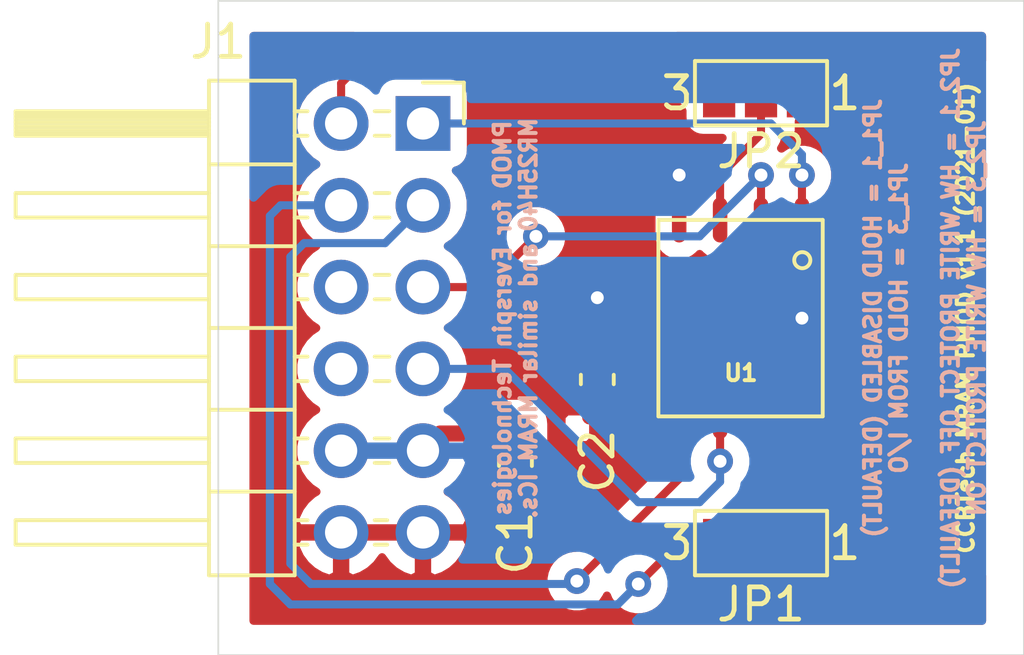
<source format=kicad_pcb>
(kicad_pcb (version 20171130) (host pcbnew "(5.1.9)-1")

  (general
    (thickness 1.6)
    (drawings 8)
    (tracks 60)
    (zones 0)
    (modules 6)
    (nets 11)
  )

  (page A4)
  (layers
    (0 F.Cu signal)
    (31 B.Cu signal)
    (32 B.Adhes user)
    (33 F.Adhes user)
    (34 B.Paste user)
    (35 F.Paste user)
    (36 B.SilkS user)
    (37 F.SilkS user)
    (38 B.Mask user)
    (39 F.Mask user)
    (40 Dwgs.User user)
    (41 Cmts.User user)
    (42 Eco1.User user)
    (43 Eco2.User user)
    (44 Edge.Cuts user)
    (45 Margin user)
    (46 B.CrtYd user)
    (47 F.CrtYd user)
    (48 B.Fab user)
    (49 F.Fab user)
  )

  (setup
    (last_trace_width 0.16)
    (trace_clearance 0.16)
    (zone_clearance 0.508)
    (zone_45_only no)
    (trace_min 0.16)
    (via_size 0.67)
    (via_drill 0.34)
    (via_min_size 0.51)
    (via_min_drill 0.26)
    (uvia_size 0.1)
    (uvia_drill 0.01)
    (uvias_allowed no)
    (uvia_min_size 0)
    (uvia_min_drill 0)
    (edge_width 0.05)
    (segment_width 0.2)
    (pcb_text_width 0.3)
    (pcb_text_size 1.5 1.5)
    (mod_edge_width 0.12)
    (mod_text_size 1 1)
    (mod_text_width 0.15)
    (pad_size 1.524 1.524)
    (pad_drill 0.762)
    (pad_to_mask_clearance 0.0508)
    (aux_axis_origin 0 0)
    (visible_elements 7FFFFFFF)
    (pcbplotparams
      (layerselection 0x010fc_ffffffff)
      (usegerberextensions false)
      (usegerberattributes true)
      (usegerberadvancedattributes true)
      (creategerberjobfile true)
      (excludeedgelayer true)
      (linewidth 0.100000)
      (plotframeref false)
      (viasonmask false)
      (mode 1)
      (useauxorigin false)
      (hpglpennumber 1)
      (hpglpenspeed 20)
      (hpglpendiameter 15.000000)
      (psnegative false)
      (psa4output false)
      (plotreference true)
      (plotvalue true)
      (plotinvisibletext false)
      (padsonsilk false)
      (subtractmaskfromsilk false)
      (outputformat 1)
      (mirror false)
      (drillshape 1)
      (scaleselection 1)
      (outputdirectory ""))
  )

  (net 0 "")
  (net 1 /NSS)
  (net 2 /MOSI)
  (net 3 /MISO)
  (net 4 /SCK)
  (net 5 GND)
  (net 6 +3V3)
  (net 7 /IO7)
  (net 8 /IO8)
  (net 9 "Net-(JP1-Pad2)")
  (net 10 "Net-(JP2-Pad2)")

  (net_class Default "This is the default net class."
    (clearance 0.16)
    (trace_width 0.16)
    (via_dia 0.67)
    (via_drill 0.34)
    (uvia_dia 0.1)
    (uvia_drill 0.01)
    (add_net +3V3)
    (add_net /IO7)
    (add_net /IO8)
    (add_net /MISO)
    (add_net /MOSI)
    (add_net /NSS)
    (add_net /SCK)
    (add_net GND)
    (add_net "Net-(JP1-Pad2)")
    (add_net "Net-(JP2-Pad2)")
  )

  (module CCBTech-Connector_PinHeader_2.54mm:PMOD_PinHeader_2x06_P2.54mm_Horizontal locked (layer F.Cu) (tedit 60051276) (tstamp 6005B8B1)
    (at 100 110.16)
    (descr "Through hole angled pin header, 2x06, 2.54mm pitch, 6mm pin length, double rows")
    (tags "Through hole angled pin header THT 2x06 2.54mm double row")
    (path /6008AB52)
    (fp_text reference J1 (at 0 -8.89 180) (layer F.SilkS)
      (effects (font (size 1 1) (thickness 0.15)))
    )
    (fp_text value "PMOD Type 2A" (at 0 8.89) (layer F.Fab)
      (effects (font (size 1 1) (thickness 0.15)))
    )
    (fp_line (start 2.31 7.62) (end 1.675 7.62) (layer F.Fab) (width 0.1))
    (fp_line (start 2.31 6.985) (end 2.31 7.62) (layer F.Fab) (width 0.1))
    (fp_line (start 1.675 7.62) (end -0.23 7.62) (layer F.Fab) (width 0.1))
    (fp_line (start -0.23 7.62) (end -0.23 -7.62) (layer F.Fab) (width 0.1))
    (fp_line (start -0.23 -7.62) (end 2.31 -7.62) (layer F.Fab) (width 0.1))
    (fp_line (start 2.31 -7.62) (end 2.31 6.985) (layer F.Fab) (width 0.1))
    (fp_line (start 2.31 -6.67) (end 1.375 -7.62) (layer F.Fab) (width 0.1))
    (fp_line (start 6.67 6.67) (end 2.31 6.67) (layer F.Fab) (width 0.1))
    (fp_line (start 6.67 6.67) (end 6.67 6.03) (layer F.Fab) (width 0.1))
    (fp_line (start 6.67 6.03) (end 2.31 6.03) (layer F.Fab) (width 0.1))
    (fp_line (start -0.23 -6.03) (end -6.23 -6.03) (layer F.Fab) (width 0.1))
    (fp_line (start -6.23 -6.03) (end -6.23 -6.67) (layer F.Fab) (width 0.1))
    (fp_line (start -0.23 -6.67) (end -6.23 -6.67) (layer F.Fab) (width 0.1))
    (fp_line (start 6.67 4.13) (end 2.31 4.13) (layer F.Fab) (width 0.1))
    (fp_line (start 6.67 4.13) (end 6.67 3.49) (layer F.Fab) (width 0.1))
    (fp_line (start 6.67 3.49) (end 2.31 3.49) (layer F.Fab) (width 0.1))
    (fp_line (start -0.23 4.13) (end -6.23 4.13) (layer F.Fab) (width 0.1))
    (fp_line (start -6.23 4.13) (end -6.23 3.49) (layer F.Fab) (width 0.1))
    (fp_line (start -0.23 3.49) (end -6.23 3.49) (layer F.Fab) (width 0.1))
    (fp_line (start 6.67 1.59) (end 2.31 1.59) (layer F.Fab) (width 0.1))
    (fp_line (start 6.67 1.59) (end 6.67 0.95) (layer F.Fab) (width 0.1))
    (fp_line (start 6.67 0.95) (end 2.31 0.95) (layer F.Fab) (width 0.1))
    (fp_line (start -0.23 1.59) (end -6.23 1.59) (layer F.Fab) (width 0.1))
    (fp_line (start -6.23 1.59) (end -6.23 0.95) (layer F.Fab) (width 0.1))
    (fp_line (start -0.23 0.95) (end -6.23 0.95) (layer F.Fab) (width 0.1))
    (fp_line (start 6.67 -0.95) (end 2.31 -0.95) (layer F.Fab) (width 0.1))
    (fp_line (start 6.67 -0.95) (end 6.67 -1.59) (layer F.Fab) (width 0.1))
    (fp_line (start 6.67 -1.59) (end 2.31 -1.59) (layer F.Fab) (width 0.1))
    (fp_line (start -0.23 -0.95) (end -6.23 -0.95) (layer F.Fab) (width 0.1))
    (fp_line (start -6.23 -0.95) (end -6.23 -1.59) (layer F.Fab) (width 0.1))
    (fp_line (start -0.23 -1.59) (end -6.23 -1.59) (layer F.Fab) (width 0.1))
    (fp_line (start 6.67 -3.49) (end 2.31 -3.49) (layer F.Fab) (width 0.1))
    (fp_line (start 6.67 -3.49) (end 6.67 -4.13) (layer F.Fab) (width 0.1))
    (fp_line (start 6.67 -4.13) (end 2.31 -4.13) (layer F.Fab) (width 0.1))
    (fp_line (start -0.23 -3.49) (end -6.23 -3.49) (layer F.Fab) (width 0.1))
    (fp_line (start -6.23 -3.49) (end -6.23 -4.13) (layer F.Fab) (width 0.1))
    (fp_line (start -0.23 -4.13) (end -6.23 -4.13) (layer F.Fab) (width 0.1))
    (fp_line (start 6.67 -6.03) (end 2.31 -6.03) (layer F.Fab) (width 0.1))
    (fp_line (start 6.67 -6.03) (end 6.67 -6.67) (layer F.Fab) (width 0.1))
    (fp_line (start 6.67 -6.67) (end 2.31 -6.67) (layer F.Fab) (width 0.1))
    (fp_line (start -0.23 6.67) (end -6.23 6.67) (layer F.Fab) (width 0.1))
    (fp_line (start -6.23 6.67) (end -6.23 6.03) (layer F.Fab) (width 0.1))
    (fp_line (start -0.23 6.03) (end -6.23 6.03) (layer F.Fab) (width 0.1))
    (fp_line (start 2.37 7.68) (end 2.37 -7.68) (layer F.SilkS) (width 0.12))
    (fp_line (start 2.37 -7.68) (end -0.29 -7.68) (layer F.SilkS) (width 0.12))
    (fp_line (start -0.29 -7.68) (end -0.29 7.68) (layer F.SilkS) (width 0.12))
    (fp_line (start -0.29 7.68) (end 2.37 7.68) (layer F.SilkS) (width 0.12))
    (fp_line (start -0.29 -5.97) (end -6.29 -5.97) (layer F.SilkS) (width 0.12))
    (fp_line (start -6.29 -5.97) (end -6.29 -6.73) (layer F.SilkS) (width 0.12))
    (fp_line (start -6.29 -6.73) (end -0.29 -6.73) (layer F.SilkS) (width 0.12))
    (fp_line (start -0.29 -6.03) (end -6.29 -6.03) (layer F.SilkS) (width 0.12))
    (fp_line (start -0.29 -6.15) (end -6.29 -6.15) (layer F.SilkS) (width 0.12))
    (fp_line (start -0.29 -6.27) (end -6.29 -6.27) (layer F.SilkS) (width 0.12))
    (fp_line (start -0.29 -6.39) (end -6.29 -6.39) (layer F.SilkS) (width 0.12))
    (fp_line (start -0.29 -6.51) (end -6.29 -6.51) (layer F.SilkS) (width 0.12))
    (fp_line (start -0.29 -6.63) (end -6.29 -6.63) (layer F.SilkS) (width 0.12))
    (fp_line (start 2.767071 6.73) (end 2.37 6.73) (layer F.SilkS) (width 0.12))
    (fp_line (start 2.767071 5.97) (end 2.37 5.97) (layer F.SilkS) (width 0.12))
    (fp_line (start 5.24 6.73) (end 4.852929 6.73) (layer F.SilkS) (width 0.12))
    (fp_line (start 5.24 5.97) (end 4.852929 5.97) (layer F.SilkS) (width 0.12))
    (fp_line (start 2.37 5.08) (end -0.29 5.08) (layer F.SilkS) (width 0.12))
    (fp_line (start -0.29 4.19) (end -6.29 4.19) (layer F.SilkS) (width 0.12))
    (fp_line (start -6.29 4.19) (end -6.29 3.43) (layer F.SilkS) (width 0.12))
    (fp_line (start -6.29 3.43) (end -0.29 3.43) (layer F.SilkS) (width 0.12))
    (fp_line (start 2.767071 4.19) (end 2.37 4.19) (layer F.SilkS) (width 0.12))
    (fp_line (start 2.767071 3.43) (end 2.37 3.43) (layer F.SilkS) (width 0.12))
    (fp_line (start 5.307071 4.19) (end 4.852929 4.19) (layer F.SilkS) (width 0.12))
    (fp_line (start 5.307071 3.43) (end 4.852929 3.43) (layer F.SilkS) (width 0.12))
    (fp_line (start 2.37 2.54) (end -0.29 2.54) (layer F.SilkS) (width 0.12))
    (fp_line (start -0.29 1.65) (end -6.29 1.65) (layer F.SilkS) (width 0.12))
    (fp_line (start -6.29 1.65) (end -6.29 0.89) (layer F.SilkS) (width 0.12))
    (fp_line (start -6.29 0.89) (end -0.29 0.89) (layer F.SilkS) (width 0.12))
    (fp_line (start 2.767071 1.65) (end 2.37 1.65) (layer F.SilkS) (width 0.12))
    (fp_line (start 2.767071 0.89) (end 2.37 0.89) (layer F.SilkS) (width 0.12))
    (fp_line (start 5.307071 1.65) (end 4.852929 1.65) (layer F.SilkS) (width 0.12))
    (fp_line (start 5.307071 0.89) (end 4.852929 0.89) (layer F.SilkS) (width 0.12))
    (fp_line (start 2.37 0) (end -0.29 0) (layer F.SilkS) (width 0.12))
    (fp_line (start -0.29 -0.89) (end -6.29 -0.89) (layer F.SilkS) (width 0.12))
    (fp_line (start -6.29 -0.89) (end -6.29 -1.65) (layer F.SilkS) (width 0.12))
    (fp_line (start -6.29 -1.65) (end -0.29 -1.65) (layer F.SilkS) (width 0.12))
    (fp_line (start 2.767071 -0.89) (end 2.37 -0.89) (layer F.SilkS) (width 0.12))
    (fp_line (start 2.767071 -1.65) (end 2.37 -1.65) (layer F.SilkS) (width 0.12))
    (fp_line (start 5.307071 -0.89) (end 4.852929 -0.89) (layer F.SilkS) (width 0.12))
    (fp_line (start 5.307071 -1.65) (end 4.852929 -1.65) (layer F.SilkS) (width 0.12))
    (fp_line (start 2.37 -2.54) (end -0.29 -2.54) (layer F.SilkS) (width 0.12))
    (fp_line (start -0.29 -3.43) (end -6.29 -3.43) (layer F.SilkS) (width 0.12))
    (fp_line (start -6.29 -3.43) (end -6.29 -4.19) (layer F.SilkS) (width 0.12))
    (fp_line (start -6.29 -4.19) (end -0.29 -4.19) (layer F.SilkS) (width 0.12))
    (fp_line (start 2.767071 -3.43) (end 2.37 -3.43) (layer F.SilkS) (width 0.12))
    (fp_line (start 2.767071 -4.19) (end 2.37 -4.19) (layer F.SilkS) (width 0.12))
    (fp_line (start 5.307071 -3.43) (end 4.852929 -3.43) (layer F.SilkS) (width 0.12))
    (fp_line (start 5.307071 -4.19) (end 4.852929 -4.19) (layer F.SilkS) (width 0.12))
    (fp_line (start 2.37 -5.08) (end -0.29 -5.08) (layer F.SilkS) (width 0.12))
    (fp_line (start -0.29 6.73) (end -6.29 6.73) (layer F.SilkS) (width 0.12))
    (fp_line (start -6.29 6.73) (end -6.29 5.97) (layer F.SilkS) (width 0.12))
    (fp_line (start -6.29 5.97) (end -0.29 5.97) (layer F.SilkS) (width 0.12))
    (fp_line (start 2.767071 -5.97) (end 2.37 -5.97) (layer F.SilkS) (width 0.12))
    (fp_line (start 2.767071 -6.73) (end 2.37 -6.73) (layer F.SilkS) (width 0.12))
    (fp_line (start 5.307071 -5.97) (end 4.852929 -5.97) (layer F.SilkS) (width 0.12))
    (fp_line (start 5.307071 -6.73) (end 4.852929 -6.73) (layer F.SilkS) (width 0.12))
    (fp_line (start 7.62 -7.62) (end 7.62 -6.35) (layer F.SilkS) (width 0.12))
    (fp_line (start 7.62 -7.62) (end 6.35 -7.62) (layer F.SilkS) (width 0.12))
    (fp_line (start 8.15 8.15) (end 8.15 -8.15) (layer F.CrtYd) (width 0.05))
    (fp_line (start 8.15 -8.15) (end -6.75 -8.15) (layer F.CrtYd) (width 0.05))
    (fp_line (start -6.75 -8.15) (end -6.75 8.15) (layer F.CrtYd) (width 0.05))
    (fp_line (start -6.75 8.15) (end 8.15 8.15) (layer F.CrtYd) (width 0.05))
    (fp_text user %R (at 1.04 0 270) (layer F.Fab)
      (effects (font (size 1 1) (thickness 0.15)))
    )
    (pad 1 thru_hole rect (at 6.35 -6.35 180) (size 1.7 1.7) (drill 1) (layers *.Cu *.Mask)
      (net 1 /NSS))
    (pad 2 thru_hole oval (at 6.35 -3.81 180) (size 1.7 1.7) (drill 1) (layers *.Cu *.Mask)
      (net 2 /MOSI))
    (pad 3 thru_hole oval (at 6.35 -1.27 180) (size 1.7 1.7) (drill 1) (layers *.Cu *.Mask)
      (net 3 /MISO))
    (pad 4 thru_hole oval (at 6.35 1.27 180) (size 1.7 1.7) (drill 1) (layers *.Cu *.Mask)
      (net 4 /SCK))
    (pad 5 thru_hole oval (at 6.35 3.81 180) (size 1.7 1.7) (drill 1) (layers *.Cu *.Mask)
      (net 5 GND))
    (pad 6 thru_hole oval (at 6.35 6.35 180) (size 1.7 1.7) (drill 1) (layers *.Cu *.Mask)
      (net 6 +3V3))
    (pad 7 thru_hole oval (at 3.81 -6.35 180) (size 1.7 1.7) (drill 1) (layers *.Cu *.Mask)
      (net 7 /IO7))
    (pad 8 thru_hole oval (at 3.81 -3.81 180) (size 1.7 1.7) (drill 1) (layers *.Cu *.Mask)
      (net 8 /IO8))
    (pad 9 thru_hole oval (at 3.81 -1.27 180) (size 1.7 1.7) (drill 1) (layers *.Cu *.Mask))
    (pad 10 thru_hole oval (at 3.81 1.27 180) (size 1.7 1.7) (drill 1) (layers *.Cu *.Mask))
    (pad 11 thru_hole oval (at 3.81 3.81 180) (size 1.7 1.7) (drill 1) (layers *.Cu *.Mask)
      (net 5 GND))
    (pad 12 thru_hole oval (at 3.81 6.35 180) (size 1.7 1.7) (drill 1) (layers *.Cu *.Mask)
      (net 6 +3V3))
    (model ${KISYS3DMOD}/Connector_PinHeader_2.54mm.3dshapes/PinHeader_2x06_P2.54mm_Horizontal.wrl
      (at (xyz 0 0 0))
      (scale (xyz 1 1 1))
      (rotate (xyz 0 0 0))
    )
  )

  (module Jumper:SolderJumper-3_P1.3mm_Bridged12_Pad1.0x1.5mm_NumberLabels (layer F.Cu) (tedit 5C756B5B) (tstamp 600599FF)
    (at 116.84 116.84 180)
    (descr "SMD Solder Jumper, 1x1.5mm Pads, 0.3mm gap, pads 1-2 bridged with 1 copper strip, labeled with numbers")
    (tags "solder jumper open")
    (path /6005716B)
    (attr virtual)
    (fp_text reference JP1 (at 0 -1.905) (layer F.SilkS)
      (effects (font (size 1 1) (thickness 0.15)))
    )
    (fp_text value "I/O HOLD" (at 0 1.9 180) (layer F.Fab)
      (effects (font (size 1 1) (thickness 0.15)))
    )
    (fp_line (start -2.05 1) (end -2.05 -1) (layer F.SilkS) (width 0.12))
    (fp_line (start 2.05 1) (end -2.05 1) (layer F.SilkS) (width 0.12))
    (fp_line (start 2.05 -1) (end 2.05 1) (layer F.SilkS) (width 0.12))
    (fp_line (start -2.05 -1) (end 2.05 -1) (layer F.SilkS) (width 0.12))
    (fp_line (start -2.3 -1.25) (end 2.3 -1.25) (layer F.CrtYd) (width 0.05))
    (fp_line (start -2.3 -1.25) (end -2.3 1.25) (layer F.CrtYd) (width 0.05))
    (fp_line (start 2.3 1.25) (end 2.3 -1.25) (layer F.CrtYd) (width 0.05))
    (fp_line (start 2.3 1.25) (end -2.3 1.25) (layer F.CrtYd) (width 0.05))
    (fp_poly (pts (xy -0.9 -0.3) (xy -0.4 -0.3) (xy -0.4 0.3) (xy -0.9 0.3)) (layer F.Cu) (width 0))
    (fp_text user 3 (at 2.6 0 180) (layer F.SilkS)
      (effects (font (size 1 1) (thickness 0.15)))
    )
    (fp_text user 1 (at -2.6 0 180) (layer F.SilkS)
      (effects (font (size 1 1) (thickness 0.15)))
    )
    (pad 1 smd rect (at -1.3 0 180) (size 1 1.5) (layers F.Cu F.Mask)
      (net 6 +3V3))
    (pad 3 smd rect (at 1.3 0 180) (size 1 1.5) (layers F.Cu F.Mask)
      (net 8 /IO8))
    (pad 2 smd rect (at 0 0 180) (size 1 1.5) (layers F.Cu F.Mask)
      (net 9 "Net-(JP1-Pad2)"))
  )

  (module Jumper:SolderJumper-3_P1.3mm_Bridged12_Pad1.0x1.5mm_NumberLabels (layer F.Cu) (tedit 5C756B5B) (tstamp 60059A11)
    (at 116.84 102.87 180)
    (descr "SMD Solder Jumper, 1x1.5mm Pads, 0.3mm gap, pads 1-2 bridged with 1 copper strip, labeled with numbers")
    (tags "solder jumper open")
    (path /6005A371)
    (attr virtual)
    (fp_text reference JP2 (at 0 -1.8 180) (layer F.SilkS)
      (effects (font (size 1 1) (thickness 0.15)))
    )
    (fp_text value "WRITE PROTECT" (at 0 1.9 180) (layer F.Fab)
      (effects (font (size 1 1) (thickness 0.15)))
    )
    (fp_poly (pts (xy -0.9 -0.3) (xy -0.4 -0.3) (xy -0.4 0.3) (xy -0.9 0.3)) (layer F.Cu) (width 0))
    (fp_line (start 2.3 1.25) (end -2.3 1.25) (layer F.CrtYd) (width 0.05))
    (fp_line (start 2.3 1.25) (end 2.3 -1.25) (layer F.CrtYd) (width 0.05))
    (fp_line (start -2.3 -1.25) (end -2.3 1.25) (layer F.CrtYd) (width 0.05))
    (fp_line (start -2.3 -1.25) (end 2.3 -1.25) (layer F.CrtYd) (width 0.05))
    (fp_line (start -2.05 -1) (end 2.05 -1) (layer F.SilkS) (width 0.12))
    (fp_line (start 2.05 -1) (end 2.05 1) (layer F.SilkS) (width 0.12))
    (fp_line (start 2.05 1) (end -2.05 1) (layer F.SilkS) (width 0.12))
    (fp_line (start -2.05 1) (end -2.05 -1) (layer F.SilkS) (width 0.12))
    (fp_text user 1 (at -2.6 0 180) (layer F.SilkS)
      (effects (font (size 1 1) (thickness 0.15)))
    )
    (fp_text user 3 (at 2.6 0 180) (layer F.SilkS)
      (effects (font (size 1 1) (thickness 0.15)))
    )
    (pad 2 smd rect (at 0 0 180) (size 1 1.5) (layers F.Cu F.Mask)
      (net 10 "Net-(JP2-Pad2)"))
    (pad 3 smd rect (at 1.3 0 180) (size 1 1.5) (layers F.Cu F.Mask)
      (net 7 /IO7))
    (pad 1 smd rect (at -1.3 0 180) (size 1 1.5) (layers F.Cu F.Mask)
      (net 6 +3V3))
  )

  (module Capacitor_SMD:C_0603_1608Metric_Pad1.08x0.95mm_HandSolder (layer F.Cu) (tedit 5F68FEEF) (tstamp 6005A17A)
    (at 109.22 114.3 90)
    (descr "Capacitor SMD 0603 (1608 Metric), square (rectangular) end terminal, IPC_7351 nominal with elongated pad for handsoldering. (Body size source: IPC-SM-782 page 76, https://www.pcb-3d.com/wordpress/wp-content/uploads/ipc-sm-782a_amendment_1_and_2.pdf), generated with kicad-footprint-generator")
    (tags "capacitor handsolder")
    (path /600929D4)
    (attr smd)
    (fp_text reference C1 (at -2.54 0 90) (layer F.SilkS)
      (effects (font (size 1 1) (thickness 0.15)))
    )
    (fp_text value 4.7Uf (at 3.81 0 90) (layer F.Fab)
      (effects (font (size 1 1) (thickness 0.15)))
    )
    (fp_line (start 1.65 0.73) (end -1.65 0.73) (layer F.CrtYd) (width 0.05))
    (fp_line (start 1.65 -0.73) (end 1.65 0.73) (layer F.CrtYd) (width 0.05))
    (fp_line (start -1.65 -0.73) (end 1.65 -0.73) (layer F.CrtYd) (width 0.05))
    (fp_line (start -1.65 0.73) (end -1.65 -0.73) (layer F.CrtYd) (width 0.05))
    (fp_line (start -0.146267 0.51) (end 0.146267 0.51) (layer F.SilkS) (width 0.12))
    (fp_line (start -0.146267 -0.51) (end 0.146267 -0.51) (layer F.SilkS) (width 0.12))
    (fp_line (start 0.8 0.4) (end -0.8 0.4) (layer F.Fab) (width 0.1))
    (fp_line (start 0.8 -0.4) (end 0.8 0.4) (layer F.Fab) (width 0.1))
    (fp_line (start -0.8 -0.4) (end 0.8 -0.4) (layer F.Fab) (width 0.1))
    (fp_line (start -0.8 0.4) (end -0.8 -0.4) (layer F.Fab) (width 0.1))
    (fp_text user %R (at 0 0 90) (layer F.Fab)
      (effects (font (size 0.4 0.4) (thickness 0.06)))
    )
    (pad 1 smd roundrect (at -0.8625 0 90) (size 1.075 0.95) (layers F.Cu F.Paste F.Mask) (roundrect_rratio 0.25)
      (net 6 +3V3))
    (pad 2 smd roundrect (at 0.8625 0 90) (size 1.075 0.95) (layers F.Cu F.Paste F.Mask) (roundrect_rratio 0.25)
      (net 5 GND))
    (model ${KISYS3DMOD}/Capacitor_SMD.3dshapes/C_0603_1608Metric.wrl
      (at (xyz 0 0 0))
      (scale (xyz 1 1 1))
      (rotate (xyz 0 0 0))
    )
  )

  (module Capacitor_SMD:C_0603_1608Metric_Pad1.08x0.95mm_HandSolder (layer F.Cu) (tedit 5F68FEEF) (tstamp 60059D0C)
    (at 111.76 111.76 90)
    (descr "Capacitor SMD 0603 (1608 Metric), square (rectangular) end terminal, IPC_7351 nominal with elongated pad for handsoldering. (Body size source: IPC-SM-782 page 76, https://www.pcb-3d.com/wordpress/wp-content/uploads/ipc-sm-782a_amendment_1_and_2.pdf), generated with kicad-footprint-generator")
    (tags "capacitor handsolder")
    (path /6009688A)
    (attr smd)
    (fp_text reference C2 (at -2.54 0 90) (layer F.SilkS)
      (effects (font (size 1 1) (thickness 0.15)))
    )
    (fp_text value 4.7uF (at 3.81 0 90) (layer F.Fab)
      (effects (font (size 1 1) (thickness 0.15)))
    )
    (fp_text user %R (at 0 0 90) (layer F.Fab)
      (effects (font (size 0.4 0.4) (thickness 0.06)))
    )
    (fp_line (start -0.8 0.4) (end -0.8 -0.4) (layer F.Fab) (width 0.1))
    (fp_line (start -0.8 -0.4) (end 0.8 -0.4) (layer F.Fab) (width 0.1))
    (fp_line (start 0.8 -0.4) (end 0.8 0.4) (layer F.Fab) (width 0.1))
    (fp_line (start 0.8 0.4) (end -0.8 0.4) (layer F.Fab) (width 0.1))
    (fp_line (start -0.146267 -0.51) (end 0.146267 -0.51) (layer F.SilkS) (width 0.12))
    (fp_line (start -0.146267 0.51) (end 0.146267 0.51) (layer F.SilkS) (width 0.12))
    (fp_line (start -1.65 0.73) (end -1.65 -0.73) (layer F.CrtYd) (width 0.05))
    (fp_line (start -1.65 -0.73) (end 1.65 -0.73) (layer F.CrtYd) (width 0.05))
    (fp_line (start 1.65 -0.73) (end 1.65 0.73) (layer F.CrtYd) (width 0.05))
    (fp_line (start 1.65 0.73) (end -1.65 0.73) (layer F.CrtYd) (width 0.05))
    (pad 2 smd roundrect (at 0.8625 0 90) (size 1.075 0.95) (layers F.Cu F.Paste F.Mask) (roundrect_rratio 0.25)
      (net 5 GND))
    (pad 1 smd roundrect (at -0.8625 0 90) (size 1.075 0.95) (layers F.Cu F.Paste F.Mask) (roundrect_rratio 0.25)
      (net 6 +3V3))
    (model ${KISYS3DMOD}/Capacitor_SMD.3dshapes/C_0603_1608Metric.wrl
      (at (xyz 0 0 0))
      (scale (xyz 1 1 1))
      (rotate (xyz 0 0 0))
    )
  )

  (module CCBTech-Everspin:MR20H40_MR25H40_8DFN-SFP (layer F.Cu) (tedit 6005333A) (tstamp 6005B9DC)
    (at 118.755 106.805 180)
    (path /60053471)
    (fp_text reference U1 (at 2.54 -4.75) (layer F.SilkS)
      (effects (font (size 0.5 0.5) (thickness 0.125)))
    )
    (fp_text value MRAM_MR25H40 (at 2.54 1.27) (layer F.Fab)
      (effects (font (size 0.5 0.5) (thickness 0.125)))
    )
    (fp_line (start 0 0) (end 5.1 0) (layer F.SilkS) (width 0.12))
    (fp_line (start 0 0) (end 0 -6.1) (layer F.SilkS) (width 0.12))
    (fp_line (start 0 -6.1) (end 5.1 -6.1) (layer F.SilkS) (width 0.12))
    (fp_line (start 5.1 -6.1) (end 5.1 0) (layer F.SilkS) (width 0.12))
    (fp_circle (center 0.635 -1.25) (end 0.885 -1.25) (layer F.SilkS) (width 0.12))
    (pad 4 smd oval (at 4.455 0 180) (size 0.45 1.4) (layers F.Cu F.Paste F.Mask)
      (net 5 GND))
    (pad 3 smd oval (at 3.185 0 180) (size 0.45 1.4) (layers F.Cu F.Paste F.Mask)
      (net 10 "Net-(JP2-Pad2)"))
    (pad 2 smd oval (at 1.915 0 180) (size 0.45 1.4) (layers F.Cu F.Paste F.Mask)
      (net 3 /MISO))
    (pad 1 smd oval (at 0.645 0 180) (size 0.45 1.4) (layers F.Cu F.Paste F.Mask)
      (net 1 /NSS))
    (pad 8 smd oval (at 0.645 -6.1 180) (size 0.45 1.4) (layers F.Cu F.Paste F.Mask)
      (net 6 +3V3))
    (pad 7 smd oval (at 1.915 -6.1 180) (size 0.45 1.4) (layers F.Cu F.Paste F.Mask)
      (net 9 "Net-(JP1-Pad2)"))
    (pad 6 smd oval (at 3.185 -6.1 180) (size 0.45 1.4) (layers F.Cu F.Paste F.Mask)
      (net 4 /SCK))
    (pad 5 smd oval (at 4.455 -6.1 180) (size 0.45 1.4) (layers F.Cu F.Paste F.Mask)
      (net 2 /MOSI))
    (pad 9 smd roundrect (at 2.55 -3.05 180) (size 2.1 2.1) (layers F.Cu F.Paste F.Mask) (roundrect_rratio 0.1)
      (net 5 GND))
  )

  (gr_text "PMOD for Everspin Technologies\nMR25H40 and similar MRAM ICs." (at 109.22 109.855 90) (layer B.SilkS) (tstamp 6005B288)
    (effects (font (size 0.5 0.5) (thickness 0.125)) (justify mirror))
  )
  (gr_text "JP1_1 = HOLD DISABLED (DEFAULT)\nJP1_3 = HOLD FROM I/O\n\nJP2_1 = HW WRITE PROTECT OFF (DEFAULT)\nJP2_3 = HW WRITE PROTECT ON" (at 121.92 109.855 90) (layer B.SilkS)
    (effects (font (size 0.5 0.5) (thickness 0.125)) (justify mirror))
  )
  (gr_text "CCBTech MRAM PMOD v1.1 (2021-01)" (at 123.19 109.855 90) (layer F.Cu) (tstamp 6005B265)
    (effects (font (size 0.5 0.5) (thickness 0.125)))
  )
  (gr_text "CCBTech MRAM PMOD v1.1 (2021-01)" (at 123.19 109.855 90) (layer F.SilkS)
    (effects (font (size 0.5 0.5) (thickness 0.125)))
  )
  (gr_line (start 125 100) (end 125 120.32) (layer Edge.Cuts) (width 0.05) (tstamp 6005A42A))
  (gr_line (start 100 120.32) (end 125 120.32) (layer Edge.Cuts) (width 0.05) (tstamp 6005A41A))
  (gr_line (start 100 100) (end 125 100) (layer Edge.Cuts) (width 0.05))
  (gr_line (start 100 100) (end 100 120.32) (layer Edge.Cuts) (width 0.05))

  (segment (start 106.8825 113.4375) (end 106.35 113.97) (width 0.25) (layer F.Cu) (net 5))
  (segment (start 109.22 113.4375) (end 106.8825 113.4375) (width 0.5) (layer F.Cu) (net 5))
  (via (at 111.76 109.22) (size 0.8) (drill 0.4) (layers F.Cu B.Cu) (net 5))
  (segment (start 111.76 110.8975) (end 111.76 109.22) (width 0.5) (layer F.Cu) (net 5))
  (via (at 115.57 114.3) (size 0.8) (drill 0.4) (layers F.Cu B.Cu) (net 4))
  (segment (start 115.57 112.905) (end 115.57 114.3) (width 0.25) (layer F.Cu) (net 4))
  (via (at 118.11 109.855) (size 0.8) (drill 0.4) (layers F.Cu B.Cu) (net 5))
  (segment (start 118.11 109.855) (end 116.205 109.855) (width 0.5) (layer F.Cu) (net 5))
  (via (at 114.3 105.41) (size 0.8) (drill 0.4) (layers F.Cu B.Cu) (net 5))
  (via (at 116.84 105.41) (size 0.8) (drill 0.4) (layers F.Cu B.Cu) (net 3))
  (via (at 118.11 105.41) (size 0.8) (drill 0.4) (layers F.Cu B.Cu) (net 1))
  (segment (start 118.11 106.805) (end 118.11 105.41) (width 0.25) (layer F.Cu) (net 1))
  (segment (start 118.11 105.41) (end 118.11 104.775) (width 0.25) (layer B.Cu) (net 1))
  (segment (start 117.145 103.81) (end 106.35 103.81) (width 0.25) (layer B.Cu) (net 1))
  (segment (start 118.11 104.775) (end 117.145 103.81) (width 0.25) (layer B.Cu) (net 1))
  (segment (start 114.3 114.84499) (end 111.125 118.01999) (width 0.25) (layer F.Cu) (net 2))
  (via (at 111.125 118.01999) (size 0.8) (drill 0.4) (layers F.Cu B.Cu) (net 2))
  (segment (start 114.3 112.905) (end 114.3 114.84499) (width 0.25) (layer F.Cu) (net 2))
  (segment (start 111.03499 118.11) (end 111.125 118.01999) (width 0.25) (layer B.Cu) (net 2))
  (segment (start 102.87 118.11) (end 111.03499 118.11) (width 0.25) (layer B.Cu) (net 2))
  (segment (start 102.235 117.475) (end 102.87 118.11) (width 0.25) (layer B.Cu) (net 2))
  (segment (start 102.235 107.95) (end 102.235 117.475) (width 0.25) (layer B.Cu) (net 2))
  (segment (start 102.659999 107.525001) (end 102.235 107.95) (width 0.25) (layer B.Cu) (net 2))
  (segment (start 105.174999 107.525001) (end 102.659999 107.525001) (width 0.25) (layer B.Cu) (net 2))
  (segment (start 106.35 106.35) (end 105.174999 107.525001) (width 0.25) (layer B.Cu) (net 2))
  (segment (start 116.84 106.805) (end 116.84 105.41) (width 0.25) (layer F.Cu) (net 3))
  (segment (start 116.84 105.41) (end 114.935 107.315) (width 0.25) (layer B.Cu) (net 3))
  (segment (start 115.57 114.3) (end 115.57 114.935) (width 0.25) (layer B.Cu) (net 4))
  (segment (start 115.57 114.935) (end 114.935 115.57) (width 0.25) (layer B.Cu) (net 4))
  (segment (start 114.935 115.57) (end 113.03 115.57) (width 0.25) (layer B.Cu) (net 4))
  (segment (start 108.89 111.43) (end 106.35 111.43) (width 0.25) (layer B.Cu) (net 4))
  (segment (start 113.03 115.57) (end 108.89 111.43) (width 0.25) (layer B.Cu) (net 4))
  (segment (start 114.3 106.805) (end 114.3 105.41) (width 0.25) (layer F.Cu) (net 5))
  (via (at 109.855 107.315) (size 0.8) (drill 0.4) (layers F.Cu B.Cu) (net 3))
  (segment (start 114.935 107.315) (end 109.855 107.315) (width 0.25) (layer B.Cu) (net 3))
  (segment (start 108.28 108.89) (end 109.855 107.315) (width 0.25) (layer F.Cu) (net 3))
  (segment (start 106.35 108.89) (end 108.28 108.89) (width 0.25) (layer F.Cu) (net 3))
  (segment (start 118.14 102.87) (end 120.015 102.87) (width 0.25) (layer F.Cu) (net 6))
  (segment (start 120.015 102.87) (end 120.65 103.505) (width 0.25) (layer F.Cu) (net 6))
  (segment (start 120.65 103.505) (end 120.65 116.205) (width 0.25) (layer F.Cu) (net 6))
  (segment (start 120.015 116.84) (end 118.14 116.84) (width 0.25) (layer F.Cu) (net 6))
  (segment (start 120.65 116.205) (end 120.015 116.84) (width 0.25) (layer F.Cu) (net 6))
  (via (at 113.03 118.11) (size 0.8) (drill 0.4) (layers F.Cu B.Cu) (net 8))
  (segment (start 103.81 103.81) (end 103.81 102.565) (width 0.25) (layer F.Cu) (net 7))
  (segment (start 103.81 102.565) (end 104.775 101.6) (width 0.25) (layer F.Cu) (net 7))
  (segment (start 104.775 101.6) (end 113.665 101.6) (width 0.25) (layer F.Cu) (net 7))
  (segment (start 113.665 101.6) (end 114.935 102.87) (width 0.25) (layer F.Cu) (net 7))
  (segment (start 114.935 102.87) (end 115.54 102.87) (width 0.25) (layer F.Cu) (net 7))
  (segment (start 115.54 116.84) (end 114.3 116.84) (width 0.25) (layer F.Cu) (net 8))
  (segment (start 114.3 116.84) (end 113.03 118.11) (width 0.25) (layer F.Cu) (net 8))
  (segment (start 113.03 118.11) (end 112.395 118.745) (width 0.25) (layer B.Cu) (net 8))
  (segment (start 101.93 106.35) (end 103.81 106.35) (width 0.25) (layer B.Cu) (net 8))
  (segment (start 101.6 106.68) (end 101.93 106.35) (width 0.25) (layer B.Cu) (net 8))
  (segment (start 101.6 118.11) (end 101.6 106.68) (width 0.25) (layer B.Cu) (net 8))
  (segment (start 101.6 118.11) (end 102.235 118.745) (width 0.25) (layer B.Cu) (net 8))
  (segment (start 102.235 118.745) (end 112.395 118.745) (width 0.25) (layer B.Cu) (net 8))
  (segment (start 116.84 112.905) (end 116.84 116.84) (width 0.25) (layer F.Cu) (net 9))
  (segment (start 115.57 106.805) (end 115.57 105.41) (width 0.25) (layer F.Cu) (net 10))
  (segment (start 115.57 105.41) (end 116.84 104.14) (width 0.25) (layer F.Cu) (net 10))
  (segment (start 116.84 104.14) (end 116.84 102.87) (width 0.25) (layer F.Cu) (net 10))

  (zone (net 6) (net_name +3V3) (layer F.Cu) (tstamp 0) (hatch edge 0.508)
    (connect_pads (clearance 0.508))
    (min_thickness 0.254)
    (fill yes (arc_segments 32) (thermal_gap 0.508) (thermal_bridge_width 0.508))
    (polygon
      (pts
        (xy 123.825 119.38) (xy 100.965 119.38) (xy 100.965 100.965) (xy 123.825 100.965)
      )
    )
    (filled_polygon
      (pts
        (xy 103.298998 102.001201) (xy 103.27 102.024999) (xy 103.246202 102.053997) (xy 103.246201 102.053998) (xy 103.175026 102.140724)
        (xy 103.104454 102.272754) (xy 103.088606 102.325) (xy 103.060998 102.416014) (xy 103.057551 102.451013) (xy 103.049563 102.532113)
        (xy 102.863368 102.656525) (xy 102.656525 102.863368) (xy 102.49401 103.106589) (xy 102.382068 103.376842) (xy 102.325 103.66374)
        (xy 102.325 103.95626) (xy 102.382068 104.243158) (xy 102.49401 104.513411) (xy 102.656525 104.756632) (xy 102.863368 104.963475)
        (xy 103.03776 105.08) (xy 102.863368 105.196525) (xy 102.656525 105.403368) (xy 102.49401 105.646589) (xy 102.382068 105.916842)
        (xy 102.325 106.20374) (xy 102.325 106.49626) (xy 102.382068 106.783158) (xy 102.49401 107.053411) (xy 102.656525 107.296632)
        (xy 102.863368 107.503475) (xy 103.03776 107.62) (xy 102.863368 107.736525) (xy 102.656525 107.943368) (xy 102.49401 108.186589)
        (xy 102.382068 108.456842) (xy 102.325 108.74374) (xy 102.325 109.03626) (xy 102.382068 109.323158) (xy 102.49401 109.593411)
        (xy 102.656525 109.836632) (xy 102.863368 110.043475) (xy 103.03776 110.16) (xy 102.863368 110.276525) (xy 102.656525 110.483368)
        (xy 102.49401 110.726589) (xy 102.382068 110.996842) (xy 102.325 111.28374) (xy 102.325 111.57626) (xy 102.382068 111.863158)
        (xy 102.49401 112.133411) (xy 102.656525 112.376632) (xy 102.863368 112.583475) (xy 103.03776 112.7) (xy 102.863368 112.816525)
        (xy 102.656525 113.023368) (xy 102.49401 113.266589) (xy 102.382068 113.536842) (xy 102.325 113.82374) (xy 102.325 114.11626)
        (xy 102.382068 114.403158) (xy 102.49401 114.673411) (xy 102.656525 114.916632) (xy 102.863368 115.123475) (xy 103.045534 115.245195)
        (xy 102.928645 115.314822) (xy 102.712412 115.509731) (xy 102.538359 115.74308) (xy 102.413175 116.005901) (xy 102.368524 116.15311)
        (xy 102.489845 116.383) (xy 103.683 116.383) (xy 103.683 116.363) (xy 103.937 116.363) (xy 103.937 116.383)
        (xy 106.223 116.383) (xy 106.223 116.363) (xy 106.477 116.363) (xy 106.477 116.383) (xy 107.670155 116.383)
        (xy 107.791476 116.15311) (xy 107.746825 116.005901) (xy 107.621641 115.74308) (xy 107.589509 115.7) (xy 108.106928 115.7)
        (xy 108.119188 115.824482) (xy 108.155498 115.94418) (xy 108.214463 116.054494) (xy 108.293815 116.151185) (xy 108.390506 116.230537)
        (xy 108.50082 116.289502) (xy 108.620518 116.325812) (xy 108.745 116.338072) (xy 108.93425 116.335) (xy 109.093 116.17625)
        (xy 109.093 115.2895) (xy 109.347 115.2895) (xy 109.347 116.17625) (xy 109.50575 116.335) (xy 109.695 116.338072)
        (xy 109.819482 116.325812) (xy 109.93918 116.289502) (xy 110.049494 116.230537) (xy 110.146185 116.151185) (xy 110.225537 116.054494)
        (xy 110.284502 115.94418) (xy 110.320812 115.824482) (xy 110.333072 115.7) (xy 110.33 115.44825) (xy 110.17125 115.2895)
        (xy 109.347 115.2895) (xy 109.093 115.2895) (xy 108.26875 115.2895) (xy 108.11 115.44825) (xy 108.106928 115.7)
        (xy 107.589509 115.7) (xy 107.447588 115.509731) (xy 107.231355 115.314822) (xy 107.114466 115.245195) (xy 107.296632 115.123475)
        (xy 107.503475 114.916632) (xy 107.66599 114.673411) (xy 107.777932 114.403158) (xy 107.793976 114.3225) (xy 108.186671 114.3225)
        (xy 108.155498 114.38082) (xy 108.119188 114.500518) (xy 108.106928 114.625) (xy 108.11 114.87675) (xy 108.26875 115.0355)
        (xy 109.093 115.0355) (xy 109.093 115.0155) (xy 109.347 115.0155) (xy 109.347 115.0355) (xy 110.17125 115.0355)
        (xy 110.33 114.87675) (xy 110.333072 114.625) (xy 110.320812 114.500518) (xy 110.284502 114.38082) (xy 110.225537 114.270506)
        (xy 110.186226 114.222606) (xy 110.266423 114.072567) (xy 110.316248 113.908316) (xy 110.333072 113.7375) (xy 110.333072 113.16)
        (xy 110.646928 113.16) (xy 110.659188 113.284482) (xy 110.695498 113.40418) (xy 110.754463 113.514494) (xy 110.833815 113.611185)
        (xy 110.930506 113.690537) (xy 111.04082 113.749502) (xy 111.160518 113.785812) (xy 111.285 113.798072) (xy 111.47425 113.795)
        (xy 111.633 113.63625) (xy 111.633 112.7495) (xy 111.887 112.7495) (xy 111.887 113.63625) (xy 112.04575 113.795)
        (xy 112.235 113.798072) (xy 112.359482 113.785812) (xy 112.47918 113.749502) (xy 112.589494 113.690537) (xy 112.686185 113.611185)
        (xy 112.765537 113.514494) (xy 112.824502 113.40418) (xy 112.860812 113.284482) (xy 112.873072 113.16) (xy 112.87 112.90825)
        (xy 112.71125 112.7495) (xy 111.887 112.7495) (xy 111.633 112.7495) (xy 110.80875 112.7495) (xy 110.65 112.90825)
        (xy 110.646928 113.16) (xy 110.333072 113.16) (xy 110.333072 113.1375) (xy 110.316248 112.966684) (xy 110.266423 112.802433)
        (xy 110.185512 112.651058) (xy 110.076623 112.518377) (xy 109.943942 112.409488) (xy 109.792567 112.328577) (xy 109.628316 112.278752)
        (xy 109.4575 112.261928) (xy 108.9825 112.261928) (xy 108.811684 112.278752) (xy 108.647433 112.328577) (xy 108.496058 112.409488)
        (xy 108.363377 112.518377) (xy 108.335373 112.5525) (xy 107.327607 112.5525) (xy 107.503475 112.376632) (xy 107.66599 112.133411)
        (xy 107.777932 111.863158) (xy 107.835 111.57626) (xy 107.835 111.28374) (xy 107.777932 110.996842) (xy 107.66599 110.726589)
        (xy 107.579736 110.5975) (xy 110.646928 110.5975) (xy 110.646928 111.1975) (xy 110.663752 111.368316) (xy 110.713577 111.532567)
        (xy 110.793774 111.682606) (xy 110.754463 111.730506) (xy 110.695498 111.84082) (xy 110.659188 111.960518) (xy 110.646928 112.085)
        (xy 110.65 112.33675) (xy 110.80875 112.4955) (xy 111.633 112.4955) (xy 111.633 112.4755) (xy 111.887 112.4755)
        (xy 111.887 112.4955) (xy 112.71125 112.4955) (xy 112.87 112.33675) (xy 112.873072 112.085) (xy 112.860812 111.960518)
        (xy 112.824502 111.84082) (xy 112.765537 111.730506) (xy 112.726226 111.682606) (xy 112.806423 111.532567) (xy 112.856248 111.368316)
        (xy 112.873072 111.1975) (xy 112.873072 110.5975) (xy 112.856248 110.426684) (xy 112.806423 110.262433) (xy 112.725512 110.111058)
        (xy 112.645 110.012954) (xy 112.645 109.758454) (xy 112.677205 109.710256) (xy 112.755226 109.521898) (xy 112.795 109.321939)
        (xy 112.795 109.118061) (xy 112.774501 109.015) (xy 114.516928 109.015) (xy 114.516928 110.695) (xy 114.533223 110.860451)
        (xy 114.581484 111.019543) (xy 114.659854 111.166164) (xy 114.765323 111.294677) (xy 114.893836 111.400146) (xy 115.040457 111.478516)
        (xy 115.199549 111.526777) (xy 115.365 111.543072) (xy 117.045 111.543072) (xy 117.210451 111.526777) (xy 117.369543 111.478516)
        (xy 117.516164 111.400146) (xy 117.644677 111.294677) (xy 117.750146 111.166164) (xy 117.828516 111.019543) (xy 117.875794 110.863691)
        (xy 118.008061 110.89) (xy 118.211939 110.89) (xy 118.411898 110.850226) (xy 118.600256 110.772205) (xy 118.769774 110.658937)
        (xy 118.913937 110.514774) (xy 119.027205 110.345256) (xy 119.105226 110.156898) (xy 119.145 109.956939) (xy 119.145 109.753061)
        (xy 119.105226 109.553102) (xy 119.027205 109.364744) (xy 118.913937 109.195226) (xy 118.769774 109.051063) (xy 118.600256 108.937795)
        (xy 118.411898 108.859774) (xy 118.211939 108.82) (xy 118.008061 108.82) (xy 117.875794 108.846309) (xy 117.828516 108.690457)
        (xy 117.750146 108.543836) (xy 117.644677 108.415323) (xy 117.516164 108.309854) (xy 117.369543 108.231484) (xy 117.210451 108.183223)
        (xy 117.045 108.166928) (xy 115.365 108.166928) (xy 115.199549 108.183223) (xy 115.040457 108.231484) (xy 114.893836 108.309854)
        (xy 114.765323 108.415323) (xy 114.659854 108.543836) (xy 114.581484 108.690457) (xy 114.533223 108.849549) (xy 114.516928 109.015)
        (xy 112.774501 109.015) (xy 112.755226 108.918102) (xy 112.677205 108.729744) (xy 112.563937 108.560226) (xy 112.419774 108.416063)
        (xy 112.250256 108.302795) (xy 112.061898 108.224774) (xy 111.861939 108.185) (xy 111.658061 108.185) (xy 111.458102 108.224774)
        (xy 111.269744 108.302795) (xy 111.100226 108.416063) (xy 110.956063 108.560226) (xy 110.842795 108.729744) (xy 110.764774 108.918102)
        (xy 110.725 109.118061) (xy 110.725 109.321939) (xy 110.764774 109.521898) (xy 110.842795 109.710256) (xy 110.875001 109.758455)
        (xy 110.875001 110.012954) (xy 110.794488 110.111058) (xy 110.713577 110.262433) (xy 110.663752 110.426684) (xy 110.646928 110.5975)
        (xy 107.579736 110.5975) (xy 107.503475 110.483368) (xy 107.296632 110.276525) (xy 107.12224 110.16) (xy 107.296632 110.043475)
        (xy 107.503475 109.836632) (xy 107.628178 109.65) (xy 108.242678 109.65) (xy 108.28 109.653676) (xy 108.317322 109.65)
        (xy 108.317333 109.65) (xy 108.428986 109.639003) (xy 108.572247 109.595546) (xy 108.704276 109.524974) (xy 108.820001 109.430001)
        (xy 108.843804 109.400997) (xy 109.894802 108.35) (xy 109.956939 108.35) (xy 110.156898 108.310226) (xy 110.345256 108.232205)
        (xy 110.514774 108.118937) (xy 110.658937 107.974774) (xy 110.772205 107.805256) (xy 110.850226 107.616898) (xy 110.89 107.416939)
        (xy 110.89 107.213061) (xy 110.850226 107.013102) (xy 110.772205 106.824744) (xy 110.658937 106.655226) (xy 110.514774 106.511063)
        (xy 110.345256 106.397795) (xy 110.156898 106.319774) (xy 109.956939 106.28) (xy 109.753061 106.28) (xy 109.553102 106.319774)
        (xy 109.364744 106.397795) (xy 109.195226 106.511063) (xy 109.051063 106.655226) (xy 108.937795 106.824744) (xy 108.859774 107.013102)
        (xy 108.82 107.213061) (xy 108.82 107.275198) (xy 107.965199 108.13) (xy 107.628178 108.13) (xy 107.503475 107.943368)
        (xy 107.296632 107.736525) (xy 107.12224 107.62) (xy 107.296632 107.503475) (xy 107.503475 107.296632) (xy 107.66599 107.053411)
        (xy 107.777932 106.783158) (xy 107.835 106.49626) (xy 107.835 106.20374) (xy 107.777932 105.916842) (xy 107.66599 105.646589)
        (xy 107.503475 105.403368) (xy 107.37162 105.271513) (xy 107.44418 105.249502) (xy 107.554494 105.190537) (xy 107.651185 105.111185)
        (xy 107.730537 105.014494) (xy 107.789502 104.90418) (xy 107.825812 104.784482) (xy 107.838072 104.66) (xy 107.838072 102.96)
        (xy 107.825812 102.835518) (xy 107.789502 102.71582) (xy 107.730537 102.605506) (xy 107.651185 102.508815) (xy 107.554494 102.429463)
        (xy 107.44418 102.370498) (xy 107.409573 102.36) (xy 113.350199 102.36) (xy 114.371201 103.381003) (xy 114.394999 103.410001)
        (xy 114.401928 103.415687) (xy 114.401928 103.62) (xy 114.414188 103.744482) (xy 114.450498 103.86418) (xy 114.509463 103.974494)
        (xy 114.588815 104.071185) (xy 114.685506 104.150537) (xy 114.79582 104.209502) (xy 114.915518 104.245812) (xy 115.04 104.258072)
        (xy 115.647127 104.258072) (xy 115.124379 104.78082) (xy 115.103937 104.750226) (xy 114.959774 104.606063) (xy 114.790256 104.492795)
        (xy 114.601898 104.414774) (xy 114.401939 104.375) (xy 114.198061 104.375) (xy 113.998102 104.414774) (xy 113.809744 104.492795)
        (xy 113.640226 104.606063) (xy 113.496063 104.750226) (xy 113.382795 104.919744) (xy 113.304774 105.108102) (xy 113.265 105.308061)
        (xy 113.265 105.511939) (xy 113.304774 105.711898) (xy 113.382795 105.900256) (xy 113.485182 106.053489) (xy 113.452445 106.161411)
        (xy 113.440001 106.287754) (xy 113.44 107.322245) (xy 113.452444 107.448588) (xy 113.501619 107.610699) (xy 113.581476 107.760101)
        (xy 113.688946 107.891054) (xy 113.819898 107.998524) (xy 113.9693 108.078381) (xy 114.131411 108.127556) (xy 114.3 108.144161)
        (xy 114.468588 108.127556) (xy 114.630699 108.078381) (xy 114.780101 107.998524) (xy 114.911054 107.891054) (xy 114.935 107.861876)
        (xy 114.958946 107.891054) (xy 115.089898 107.998524) (xy 115.2393 108.078381) (xy 115.401411 108.127556) (xy 115.57 108.144161)
        (xy 115.738588 108.127556) (xy 115.900699 108.078381) (xy 116.050101 107.998524) (xy 116.181054 107.891054) (xy 116.205 107.861876)
        (xy 116.228946 107.891054) (xy 116.359898 107.998524) (xy 116.5093 108.078381) (xy 116.671411 108.127556) (xy 116.84 108.144161)
        (xy 117.008588 108.127556) (xy 117.170699 108.078381) (xy 117.320101 107.998524) (xy 117.451054 107.891054) (xy 117.475 107.861876)
        (xy 117.498946 107.891054) (xy 117.629898 107.998524) (xy 117.7793 108.078381) (xy 117.941411 108.127556) (xy 118.11 108.144161)
        (xy 118.278588 108.127556) (xy 118.440699 108.078381) (xy 118.590101 107.998524) (xy 118.721054 107.891054) (xy 118.828524 107.760102)
        (xy 118.908381 107.6107) (xy 118.957556 107.448589) (xy 118.97 107.322246) (xy 118.97 106.287754) (xy 118.957556 106.161411)
        (xy 118.924819 106.053488) (xy 119.027205 105.900256) (xy 119.105226 105.711898) (xy 119.145 105.511939) (xy 119.145 105.308061)
        (xy 119.105226 105.108102) (xy 119.027205 104.919744) (xy 118.913937 104.750226) (xy 118.769774 104.606063) (xy 118.600256 104.492795)
        (xy 118.411898 104.414774) (xy 118.211939 104.375) (xy 118.008061 104.375) (xy 117.808102 104.414774) (xy 117.619744 104.492795)
        (xy 117.475 104.58951) (xy 117.461609 104.580562) (xy 117.474974 104.564276) (xy 117.545546 104.432247) (xy 117.589003 104.288986)
        (xy 117.592508 104.253395) (xy 117.64 104.258072) (xy 117.85425 104.255) (xy 118.013 104.09625) (xy 118.013 103.740593)
        (xy 118.034781 103.729012) (xy 118.087703 103.701345) (xy 118.089437 103.699951) (xy 118.091404 103.698905) (xy 118.137737 103.661117)
        (xy 118.184286 103.62369) (xy 118.185717 103.621985) (xy 118.187443 103.620577) (xy 118.225539 103.574527) (xy 118.263947 103.528754)
        (xy 118.26502 103.526802) (xy 118.266439 103.525087) (xy 118.267 103.524049) (xy 118.267 104.09625) (xy 118.42575 104.255)
        (xy 118.64 104.258072) (xy 118.764482 104.245812) (xy 118.88418 104.209502) (xy 118.994494 104.150537) (xy 119.091185 104.071185)
        (xy 119.170537 103.974494) (xy 119.229502 103.86418) (xy 119.265812 103.744482) (xy 119.278072 103.62) (xy 119.275 103.15575)
        (xy 119.11625 102.997) (xy 118.375 102.997) (xy 118.375 102.743) (xy 119.11625 102.743) (xy 119.275 102.58425)
        (xy 119.278072 102.12) (xy 119.265812 101.995518) (xy 119.229502 101.87582) (xy 119.170537 101.765506) (xy 119.091185 101.668815)
        (xy 118.994494 101.589463) (xy 118.88418 101.530498) (xy 118.764482 101.494188) (xy 118.64 101.481928) (xy 118.42575 101.485)
        (xy 118.267 101.64375) (xy 118.267 102.21626) (xy 118.231117 102.172263) (xy 118.19369 102.125714) (xy 118.191985 102.124283)
        (xy 118.190577 102.122557) (xy 118.144527 102.084461) (xy 118.098754 102.046053) (xy 118.096802 102.04498) (xy 118.095087 102.043561)
        (xy 118.042539 102.015149) (xy 118.013 101.998909) (xy 118.013 101.64375) (xy 117.85425 101.485) (xy 117.64 101.481928)
        (xy 117.515518 101.494188) (xy 117.49 101.501929) (xy 117.464482 101.494188) (xy 117.34 101.481928) (xy 116.34 101.481928)
        (xy 116.215518 101.494188) (xy 116.19 101.501929) (xy 116.164482 101.494188) (xy 116.04 101.481928) (xy 115.04 101.481928)
        (xy 114.915518 101.494188) (xy 114.79582 101.530498) (xy 114.714022 101.574221) (xy 114.231801 101.092) (xy 123.698 101.092)
        (xy 123.698 101.859881) (xy 122.16375 101.859881) (xy 122.16375 117.850119) (xy 123.698 117.850119) (xy 123.698 119.253)
        (xy 101.092 119.253) (xy 101.092 116.86689) (xy 102.368524 116.86689) (xy 102.413175 117.014099) (xy 102.538359 117.27692)
        (xy 102.712412 117.510269) (xy 102.928645 117.705178) (xy 103.178748 117.854157) (xy 103.453109 117.951481) (xy 103.683 117.830814)
        (xy 103.683 116.637) (xy 103.937 116.637) (xy 103.937 117.830814) (xy 104.166891 117.951481) (xy 104.441252 117.854157)
        (xy 104.691355 117.705178) (xy 104.907588 117.510269) (xy 105.08 117.27912) (xy 105.252412 117.510269) (xy 105.468645 117.705178)
        (xy 105.718748 117.854157) (xy 105.993109 117.951481) (xy 106.223 117.830814) (xy 106.223 116.637) (xy 106.477 116.637)
        (xy 106.477 117.830814) (xy 106.706891 117.951481) (xy 106.801131 117.918051) (xy 110.09 117.918051) (xy 110.09 118.121929)
        (xy 110.129774 118.321888) (xy 110.207795 118.510246) (xy 110.321063 118.679764) (xy 110.465226 118.823927) (xy 110.634744 118.937195)
        (xy 110.823102 119.015216) (xy 111.023061 119.05499) (xy 111.226939 119.05499) (xy 111.426898 119.015216) (xy 111.615256 118.937195)
        (xy 111.784774 118.823927) (xy 111.928937 118.679764) (xy 112.042205 118.510246) (xy 112.058858 118.470042) (xy 112.112795 118.600256)
        (xy 112.226063 118.769774) (xy 112.370226 118.913937) (xy 112.539744 119.027205) (xy 112.728102 119.105226) (xy 112.928061 119.145)
        (xy 113.131939 119.145) (xy 113.331898 119.105226) (xy 113.520256 119.027205) (xy 113.689774 118.913937) (xy 113.833937 118.769774)
        (xy 113.947205 118.600256) (xy 114.025226 118.411898) (xy 114.065 118.211939) (xy 114.065 118.149801) (xy 114.434235 117.780567)
        (xy 114.450498 117.83418) (xy 114.509463 117.944494) (xy 114.588815 118.041185) (xy 114.685506 118.120537) (xy 114.79582 118.179502)
        (xy 114.915518 118.215812) (xy 115.04 118.228072) (xy 116.04 118.228072) (xy 116.164482 118.215812) (xy 116.19 118.208071)
        (xy 116.215518 118.215812) (xy 116.34 118.228072) (xy 117.34 118.228072) (xy 117.464482 118.215812) (xy 117.49 118.208071)
        (xy 117.515518 118.215812) (xy 117.64 118.228072) (xy 117.85425 118.225) (xy 118.013 118.06625) (xy 118.013 117.710593)
        (xy 118.034781 117.699012) (xy 118.087703 117.671345) (xy 118.089437 117.669951) (xy 118.091404 117.668905) (xy 118.137737 117.631117)
        (xy 118.184286 117.59369) (xy 118.185717 117.591985) (xy 118.187443 117.590577) (xy 118.225539 117.544527) (xy 118.263947 117.498754)
        (xy 118.26502 117.496802) (xy 118.266439 117.495087) (xy 118.267 117.494049) (xy 118.267 118.06625) (xy 118.42575 118.225)
        (xy 118.64 118.228072) (xy 118.764482 118.215812) (xy 118.88418 118.179502) (xy 118.994494 118.120537) (xy 119.091185 118.041185)
        (xy 119.170537 117.944494) (xy 119.229502 117.83418) (xy 119.265812 117.714482) (xy 119.278072 117.59) (xy 119.275 117.12575)
        (xy 119.11625 116.967) (xy 118.375 116.967) (xy 118.375 116.713) (xy 119.11625 116.713) (xy 119.275 116.55425)
        (xy 119.278072 116.09) (xy 119.265812 115.965518) (xy 119.229502 115.84582) (xy 119.170537 115.735506) (xy 119.091185 115.638815)
        (xy 118.994494 115.559463) (xy 118.88418 115.500498) (xy 118.764482 115.464188) (xy 118.64 115.451928) (xy 118.42575 115.455)
        (xy 118.267 115.61375) (xy 118.267 116.18626) (xy 118.231117 116.142263) (xy 118.19369 116.095714) (xy 118.191985 116.094283)
        (xy 118.190577 116.092557) (xy 118.144527 116.054461) (xy 118.098754 116.016053) (xy 118.096802 116.01498) (xy 118.095087 116.013561)
        (xy 118.042539 115.985149) (xy 118.013 115.968909) (xy 118.013 115.61375) (xy 117.85425 115.455) (xy 117.64 115.451928)
        (xy 117.6 115.455868) (xy 117.6 114.082902) (xy 117.737805 114.165621) (xy 117.879549 114.208548) (xy 118.012 114.074368)
        (xy 118.012 113.032) (xy 118.208 113.032) (xy 118.208 114.074368) (xy 118.340451 114.208548) (xy 118.482195 114.165621)
        (xy 118.62831 114.077914) (xy 118.754507 113.963387) (xy 118.855936 113.82644) (xy 118.928699 113.672337) (xy 118.97 113.507)
        (xy 118.97 113.032) (xy 118.208 113.032) (xy 118.012 113.032) (xy 117.963 113.032) (xy 117.963 112.778)
        (xy 118.012 112.778) (xy 118.012 111.735632) (xy 118.208 111.735632) (xy 118.208 112.778) (xy 118.97 112.778)
        (xy 118.97 112.303) (xy 118.928699 112.137663) (xy 118.855936 111.98356) (xy 118.754507 111.846613) (xy 118.62831 111.732086)
        (xy 118.482195 111.644379) (xy 118.340451 111.601452) (xy 118.208 111.735632) (xy 118.012 111.735632) (xy 117.879549 111.601452)
        (xy 117.737805 111.644379) (xy 117.59169 111.732086) (xy 117.470231 111.842313) (xy 117.451054 111.818946) (xy 117.320102 111.711476)
        (xy 117.1707 111.631619) (xy 117.008589 111.582444) (xy 116.84 111.565839) (xy 116.671412 111.582444) (xy 116.509301 111.631619)
        (xy 116.359899 111.711476) (xy 116.228947 111.818946) (xy 116.205 111.848125) (xy 116.181054 111.818946) (xy 116.050102 111.711476)
        (xy 115.9007 111.631619) (xy 115.738589 111.582444) (xy 115.57 111.565839) (xy 115.401412 111.582444) (xy 115.239301 111.631619)
        (xy 115.089899 111.711476) (xy 114.958947 111.818946) (xy 114.935 111.848125) (xy 114.911054 111.818946) (xy 114.780102 111.711476)
        (xy 114.6307 111.631619) (xy 114.468589 111.582444) (xy 114.3 111.565839) (xy 114.131412 111.582444) (xy 113.969301 111.631619)
        (xy 113.819899 111.711476) (xy 113.688947 111.818946) (xy 113.581477 111.949898) (xy 113.50162 112.0993) (xy 113.452445 112.261411)
        (xy 113.440001 112.387754) (xy 113.44 113.422245) (xy 113.452444 113.548588) (xy 113.501619 113.710699) (xy 113.54 113.782506)
        (xy 113.540001 114.530187) (xy 111.085199 116.98499) (xy 111.023061 116.98499) (xy 110.823102 117.024764) (xy 110.634744 117.102785)
        (xy 110.465226 117.216053) (xy 110.321063 117.360216) (xy 110.207795 117.529734) (xy 110.129774 117.718092) (xy 110.09 117.918051)
        (xy 106.801131 117.918051) (xy 106.981252 117.854157) (xy 107.231355 117.705178) (xy 107.447588 117.510269) (xy 107.621641 117.27692)
        (xy 107.746825 117.014099) (xy 107.791476 116.86689) (xy 107.670155 116.637) (xy 106.477 116.637) (xy 106.223 116.637)
        (xy 103.937 116.637) (xy 103.683 116.637) (xy 102.489845 116.637) (xy 102.368524 116.86689) (xy 101.092 116.86689)
        (xy 101.092 101.092) (xy 104.208198 101.092)
      )
    )
  )
  (zone (net 5) (net_name GND) (layer B.Cu) (tstamp 0) (hatch edge 0.508)
    (connect_pads (clearance 0.508))
    (min_thickness 0.254)
    (fill yes (arc_segments 32) (thermal_gap 0.508) (thermal_bridge_width 0.508))
    (polygon
      (pts
        (xy 123.825 119.38) (xy 100.965 119.38) (xy 100.965 100.965) (xy 123.825 100.965)
      )
    )
    (filled_polygon
      (pts
        (xy 123.698 119.253) (xy 112.961801 119.253) (xy 113.069801 119.145) (xy 113.131939 119.145) (xy 113.331898 119.105226)
        (xy 113.520256 119.027205) (xy 113.689774 118.913937) (xy 113.833937 118.769774) (xy 113.947205 118.600256) (xy 114.025226 118.411898)
        (xy 114.065 118.211939) (xy 114.065 118.008061) (xy 114.025226 117.808102) (xy 113.947205 117.619744) (xy 113.833937 117.450226)
        (xy 113.689774 117.306063) (xy 113.520256 117.192795) (xy 113.331898 117.114774) (xy 113.131939 117.075) (xy 112.928061 117.075)
        (xy 112.728102 117.114774) (xy 112.539744 117.192795) (xy 112.370226 117.306063) (xy 112.226063 117.450226) (xy 112.112795 117.619744)
        (xy 112.096142 117.659948) (xy 112.042205 117.529734) (xy 111.928937 117.360216) (xy 111.784774 117.216053) (xy 111.615256 117.102785)
        (xy 111.426898 117.024764) (xy 111.226939 116.98499) (xy 111.023061 116.98499) (xy 110.823102 117.024764) (xy 110.634744 117.102785)
        (xy 110.465226 117.216053) (xy 110.331279 117.35) (xy 107.574724 117.35) (xy 107.66599 117.213411) (xy 107.777932 116.943158)
        (xy 107.835 116.65626) (xy 107.835 116.36374) (xy 107.777932 116.076842) (xy 107.66599 115.806589) (xy 107.503475 115.563368)
        (xy 107.296632 115.356525) (xy 107.114466 115.234805) (xy 107.231355 115.165178) (xy 107.447588 114.970269) (xy 107.621641 114.73692)
        (xy 107.746825 114.474099) (xy 107.791476 114.32689) (xy 107.670155 114.097) (xy 106.477 114.097) (xy 106.477 114.117)
        (xy 106.223 114.117) (xy 106.223 114.097) (xy 103.937 114.097) (xy 103.937 114.117) (xy 103.683 114.117)
        (xy 103.683 114.097) (xy 103.663 114.097) (xy 103.663 113.843) (xy 103.683 113.843) (xy 103.683 113.823)
        (xy 103.937 113.823) (xy 103.937 113.843) (xy 106.223 113.843) (xy 106.223 113.823) (xy 106.477 113.823)
        (xy 106.477 113.843) (xy 107.670155 113.843) (xy 107.791476 113.61311) (xy 107.746825 113.465901) (xy 107.621641 113.20308)
        (xy 107.447588 112.969731) (xy 107.231355 112.774822) (xy 107.114466 112.705195) (xy 107.296632 112.583475) (xy 107.503475 112.376632)
        (xy 107.628178 112.19) (xy 108.575199 112.19) (xy 112.466201 116.081003) (xy 112.489999 116.110001) (xy 112.518997 116.133799)
        (xy 112.605723 116.204974) (xy 112.737753 116.275546) (xy 112.881014 116.319003) (xy 112.992667 116.33) (xy 112.992676 116.33)
        (xy 113.029999 116.333676) (xy 113.067322 116.33) (xy 114.897678 116.33) (xy 114.935 116.333676) (xy 114.972322 116.33)
        (xy 114.972333 116.33) (xy 115.083986 116.319003) (xy 115.227247 116.275546) (xy 115.359276 116.204974) (xy 115.475001 116.110001)
        (xy 115.498803 116.080998) (xy 116.081002 115.4988) (xy 116.110001 115.475001) (xy 116.204974 115.359276) (xy 116.275546 115.227247)
        (xy 116.319003 115.083986) (xy 116.326572 115.007139) (xy 116.373937 114.959774) (xy 116.487205 114.790256) (xy 116.565226 114.601898)
        (xy 116.605 114.401939) (xy 116.605 114.198061) (xy 116.565226 113.998102) (xy 116.487205 113.809744) (xy 116.373937 113.640226)
        (xy 116.229774 113.496063) (xy 116.060256 113.382795) (xy 115.871898 113.304774) (xy 115.671939 113.265) (xy 115.468061 113.265)
        (xy 115.268102 113.304774) (xy 115.079744 113.382795) (xy 114.910226 113.496063) (xy 114.766063 113.640226) (xy 114.652795 113.809744)
        (xy 114.574774 113.998102) (xy 114.535 114.198061) (xy 114.535 114.401939) (xy 114.574774 114.601898) (xy 114.649031 114.781168)
        (xy 114.620199 114.81) (xy 113.344802 114.81) (xy 109.453804 110.919003) (xy 109.430001 110.889999) (xy 109.314276 110.795026)
        (xy 109.182247 110.724454) (xy 109.038986 110.680997) (xy 108.927333 110.67) (xy 108.927322 110.67) (xy 108.89 110.666324)
        (xy 108.852678 110.67) (xy 107.628178 110.67) (xy 107.503475 110.483368) (xy 107.296632 110.276525) (xy 107.12224 110.16)
        (xy 107.296632 110.043475) (xy 107.503475 109.836632) (xy 107.66599 109.593411) (xy 107.777932 109.323158) (xy 107.835 109.03626)
        (xy 107.835 108.74374) (xy 107.777932 108.456842) (xy 107.66599 108.186589) (xy 107.503475 107.943368) (xy 107.296632 107.736525)
        (xy 107.12224 107.62) (xy 107.296632 107.503475) (xy 107.503475 107.296632) (xy 107.66599 107.053411) (xy 107.777932 106.783158)
        (xy 107.835 106.49626) (xy 107.835 106.20374) (xy 107.777932 105.916842) (xy 107.66599 105.646589) (xy 107.503475 105.403368)
        (xy 107.37162 105.271513) (xy 107.44418 105.249502) (xy 107.554494 105.190537) (xy 107.651185 105.111185) (xy 107.730537 105.014494)
        (xy 107.789502 104.90418) (xy 107.825812 104.784482) (xy 107.838072 104.66) (xy 107.838072 104.57) (xy 116.234198 104.57)
        (xy 116.180226 104.606063) (xy 116.036063 104.750226) (xy 115.922795 104.919744) (xy 115.844774 105.108102) (xy 115.805 105.308061)
        (xy 115.805 105.370198) (xy 114.620199 106.555) (xy 110.558711 106.555) (xy 110.514774 106.511063) (xy 110.345256 106.397795)
        (xy 110.156898 106.319774) (xy 109.956939 106.28) (xy 109.753061 106.28) (xy 109.553102 106.319774) (xy 109.364744 106.397795)
        (xy 109.195226 106.511063) (xy 109.051063 106.655226) (xy 108.937795 106.824744) (xy 108.859774 107.013102) (xy 108.82 107.213061)
        (xy 108.82 107.416939) (xy 108.859774 107.616898) (xy 108.937795 107.805256) (xy 109.051063 107.974774) (xy 109.195226 108.118937)
        (xy 109.364744 108.232205) (xy 109.553102 108.310226) (xy 109.753061 108.35) (xy 109.956939 108.35) (xy 110.156898 108.310226)
        (xy 110.345256 108.232205) (xy 110.514774 108.118937) (xy 110.558711 108.075) (xy 114.897678 108.075) (xy 114.935 108.078676)
        (xy 114.972322 108.075) (xy 114.972333 108.075) (xy 115.083986 108.064003) (xy 115.227247 108.020546) (xy 115.359276 107.949974)
        (xy 115.475001 107.855001) (xy 115.498804 107.825997) (xy 116.879802 106.445) (xy 116.941939 106.445) (xy 117.141898 106.405226)
        (xy 117.330256 106.327205) (xy 117.475 106.23049) (xy 117.619744 106.327205) (xy 117.808102 106.405226) (xy 118.008061 106.445)
        (xy 118.211939 106.445) (xy 118.411898 106.405226) (xy 118.600256 106.327205) (xy 118.769774 106.213937) (xy 118.913937 106.069774)
        (xy 119.027205 105.900256) (xy 119.105226 105.711898) (xy 119.145 105.511939) (xy 119.145 105.308061) (xy 119.105226 105.108102)
        (xy 119.027205 104.919744) (xy 118.913937 104.750226) (xy 118.866572 104.702861) (xy 118.859003 104.626014) (xy 118.815546 104.482753)
        (xy 118.744974 104.350723) (xy 118.673799 104.263997) (xy 118.650001 104.234999) (xy 118.621003 104.211201) (xy 117.708804 103.299002)
        (xy 117.685001 103.269999) (xy 117.569276 103.175026) (xy 117.437247 103.104454) (xy 117.293986 103.060997) (xy 117.182333 103.05)
        (xy 117.182322 103.05) (xy 117.145 103.046324) (xy 117.107678 103.05) (xy 107.838072 103.05) (xy 107.838072 102.96)
        (xy 107.825812 102.835518) (xy 107.789502 102.71582) (xy 107.730537 102.605506) (xy 107.651185 102.508815) (xy 107.554494 102.429463)
        (xy 107.44418 102.370498) (xy 107.324482 102.334188) (xy 107.2 102.321928) (xy 105.5 102.321928) (xy 105.375518 102.334188)
        (xy 105.25582 102.370498) (xy 105.145506 102.429463) (xy 105.048815 102.508815) (xy 104.969463 102.605506) (xy 104.910498 102.71582)
        (xy 104.888487 102.78838) (xy 104.756632 102.656525) (xy 104.513411 102.49401) (xy 104.243158 102.382068) (xy 103.95626 102.325)
        (xy 103.66374 102.325) (xy 103.376842 102.382068) (xy 103.106589 102.49401) (xy 102.863368 102.656525) (xy 102.656525 102.863368)
        (xy 102.49401 103.106589) (xy 102.382068 103.376842) (xy 102.325 103.66374) (xy 102.325 103.95626) (xy 102.382068 104.243158)
        (xy 102.49401 104.513411) (xy 102.656525 104.756632) (xy 102.863368 104.963475) (xy 103.03776 105.08) (xy 102.863368 105.196525)
        (xy 102.656525 105.403368) (xy 102.531822 105.59) (xy 101.967322 105.59) (xy 101.929999 105.586324) (xy 101.892676 105.59)
        (xy 101.892667 105.59) (xy 101.781014 105.600997) (xy 101.637753 105.644454) (xy 101.505724 105.715026) (xy 101.389999 105.809999)
        (xy 101.3662 105.838998) (xy 101.092 106.113198) (xy 101.092 101.092) (xy 123.698 101.092)
      )
    )
  )
)

</source>
